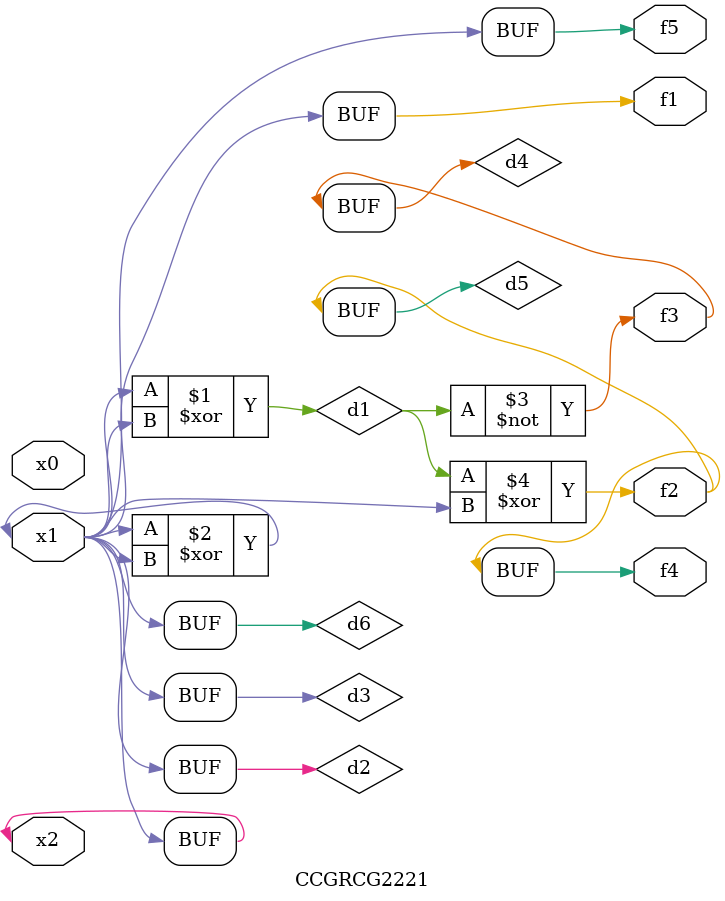
<source format=v>
module CCGRCG2221(
	input x0, x1, x2,
	output f1, f2, f3, f4, f5
);

	wire d1, d2, d3, d4, d5, d6;

	xor (d1, x1, x2);
	buf (d2, x1, x2);
	xor (d3, x1, x2);
	nor (d4, d1);
	xor (d5, d1, d2);
	buf (d6, d2, d3);
	assign f1 = d6;
	assign f2 = d5;
	assign f3 = d4;
	assign f4 = d5;
	assign f5 = d6;
endmodule

</source>
